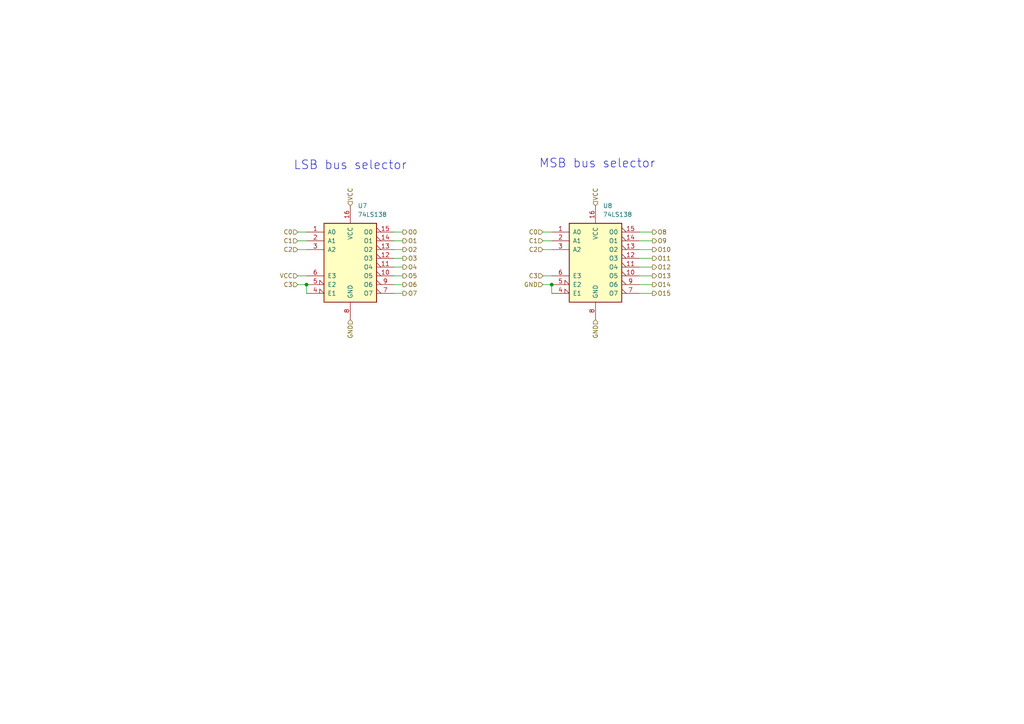
<source format=kicad_sch>
(kicad_sch (version 20250114) (generator "eeschema") (generator_version "9.0")
  (paper "A4")
  (lib_symbols
    (symbol "74xx:74LS138" (pin_names (offset 1.016))
      (property "Reference" "U" (at -7.62 11.43 0))
      (property "Value" "74LS138" (at -7.62 -13.97 0))
      (symbol "74LS138_1_0"
        (pin input line (at -12.7 7.62 0) (length 5.08) (name "A0") (number "1"))
        (pin input line (at -12.7 5.08 0) (length 5.08) (name "A1") (number "2"))
        (pin input line (at -12.7 2.54 0) (length 5.08) (name "A2") (number "3"))
        (pin input line (at -12.7 -5.08 0) (length 5.08) (name "E3") (number "6"))
        (pin input input_low (at -12.7 -7.62 0) (length 5.08) (name "E2") (number "5"))
        (pin input input_low (at -12.7 -10.16 0) (length 5.08) (name "E1") (number "4"))
        (pin power_in line (at 0 15.24 270) (length 5.08) (name "VCC") (number "16"))
        (pin power_in line (at 0 -17.78 90) (length 5.08) (name "GND") (number "8"))
        (pin output output_low (at 12.7 7.62 180) (length 5.08) (name "O0") (number "15"))
        (pin output output_low (at 12.7 5.08 180) (length 5.08) (name "O1") (number "14"))
        (pin output output_low (at 12.7 2.54 180) (length 5.08) (name "O2") (number "13"))
        (pin output output_low (at 12.7 0 180) (length 5.08) (name "O3") (number "12"))
        (pin output output_low (at 12.7 -2.54 180) (length 5.08) (name "O4") (number "11"))
        (pin output output_low (at 12.7 -5.08 180) (length 5.08) (name "O5") (number "10"))
        (pin output output_low (at 12.7 -7.62 180) (length 5.08) (name "O6") (number "9"))
        (pin output output_low (at 12.7 -10.16 180) (length 5.08) (name "O7") (number "7"))
      )
      (symbol "74LS138_1_1"
        (rectangle (start -7.62 10.16) (end 7.62 -12.7) (stroke (width 0.254)) (fill (type background)))
      )
    )
  )
  (text "LSB bus selector" (at 101.6 48.006 0) (effects (font (size 2.54 2.54))))
  (text "MSB bus selector" (at 173.228 47.498 0) (effects (font (size 2.54 2.54))))
  (junction (at 88.9 82.55))
  (junction (at 160.02 82.55))
  (wire (pts (xy 114.3 77.47) (xy 116.84 77.47)))
  (wire (pts (xy 86.36 82.55) (xy 88.9 82.55)))
  (wire (pts (xy 114.3 82.55) (xy 116.84 82.55)))
  (wire (pts (xy 86.36 69.85) (xy 88.9 69.85)))
  (wire (pts (xy 114.3 72.39) (xy 116.84 72.39)))
  (wire (pts (xy 157.48 82.55) (xy 160.02 82.55)))
  (wire (pts (xy 157.48 67.31) (xy 160.02 67.31)))
  (wire (pts (xy 185.42 77.47) (xy 189.23 77.47)))
  (wire (pts (xy 114.3 67.31) (xy 116.84 67.31)))
  (wire (pts (xy 185.42 85.09) (xy 189.23 85.09)))
  (wire (pts (xy 185.42 74.93) (xy 189.23 74.93)))
  (wire (pts (xy 86.36 67.31) (xy 88.9 67.31)))
  (wire (pts (xy 86.36 80.01) (xy 88.9 80.01)))
  (wire (pts (xy 114.3 80.01) (xy 116.84 80.01)))
  (wire (pts (xy 88.9 82.55) (xy 88.9 85.09)))
  (wire (pts (xy 157.48 72.39) (xy 160.02 72.39)))
  (wire (pts (xy 160.02 82.55) (xy 160.02 85.09)))
  (wire (pts (xy 185.42 80.01) (xy 189.23 80.01)))
  (wire (pts (xy 185.42 82.55) (xy 189.23 82.55)))
  (wire (pts (xy 185.42 67.31) (xy 189.23 67.31)))
  (wire (pts (xy 114.3 69.85) (xy 116.84 69.85)))
  (wire (pts (xy 185.42 69.85) (xy 189.23 69.85)))
  (wire (pts (xy 114.3 85.09) (xy 116.84 85.09)))
  (wire (pts (xy 185.42 72.39) (xy 189.23 72.39)))
  (wire (pts (xy 157.48 69.85) (xy 160.02 69.85)))
  (wire (pts (xy 157.48 80.01) (xy 160.02 80.01)))
  (wire (pts (xy 86.36 72.39) (xy 88.9 72.39)))
  (wire (pts (xy 114.3 74.93) (xy 116.84 74.93)))
  (hierarchical_label "C3" (shape input) (at 157.48 80.01 180))
  (hierarchical_label "VCC" (shape input) (at 86.36 80.01 180))
  (hierarchical_label "C0" (shape input) (at 86.36 67.31 180))
  (hierarchical_label "O9" (shape output) (at 189.23 69.85 0))
  (hierarchical_label "GND" (shape input) (at 157.48 82.55 180))
  (hierarchical_label "GND" (shape input) (at 101.6 92.71 270))
  (hierarchical_label "C1" (shape input) (at 86.36 69.85 180))
  (hierarchical_label "O0" (shape output) (at 116.84 67.31 0))
  (hierarchical_label "O1" (shape output) (at 116.84 69.85 0))
  (hierarchical_label "O2" (shape output) (at 116.84 72.39 0))
  (hierarchical_label "O6" (shape output) (at 116.84 82.55 0))
  (hierarchical_label "C1" (shape input) (at 157.48 69.85 180))
  (hierarchical_label "O12" (shape output) (at 189.23 77.47 0))
  (hierarchical_label "O15" (shape output) (at 189.23 85.09 0))
  (hierarchical_label "VCC" (shape input) (at 101.6 59.69 90))
  (hierarchical_label "C0" (shape input) (at 157.48 67.31 180))
  (hierarchical_label "O3" (shape output) (at 116.84 74.93 0))
  (hierarchical_label "O5" (shape output) (at 116.84 80.01 0))
  (hierarchical_label "GND" (shape input) (at 172.72 92.71 270))
  (hierarchical_label "C2" (shape input) (at 157.48 72.39 180))
  (hierarchical_label "O8" (shape output) (at 189.23 67.31 0))
  (hierarchical_label "O7" (shape output) (at 116.84 85.09 0))
  (hierarchical_label "C3" (shape input) (at 86.36 82.55 180))
  (hierarchical_label "O14" (shape output) (at 189.23 82.55 0))
  (hierarchical_label "O11" (shape output) (at 189.23 74.93 0))
  (hierarchical_label "O13" (shape output) (at 189.23 80.01 0))
  (hierarchical_label "VCC" (shape input) (at 172.72 59.69 90))
  (hierarchical_label "O10" (shape output) (at 189.23 72.39 0))
  (hierarchical_label "O4" (shape output) (at 116.84 77.47 0))
  (hierarchical_label "C2" (shape input) (at 86.36 72.39 180))
  (symbol (lib_id "74xx:74LS138") (at 172.72 74.93 0) (unit 1)
    (property "Reference" "U8" (at 174.8633 59.69 0) (effects (justify left)))
    (property "Value" "74LS138" (at 174.8633 62.23 0) (effects (justify left)))
    (property "Footprint" "Package_DIP:DIP-16_W7.62mm" (effects (hide yes)))
    (property "Datasheet" "http://www.ti.com/lit/gpn/sn74LS138" (effects (hide yes)))
    (property "Description" "Decoder 3 to 8 active low outputs" (effects (hide yes)))
    (instances (project "04_Program Counter" (path "" (reference "U8") (unit 1)) (path "" (reference "U10") (unit 1))))
  )
  (symbol (lib_id "74xx:74LS138") (at 101.6 74.93 0) (unit 1)
    (property "Reference" "U7" (at 103.7433 59.69 0) (effects (justify left)))
    (property "Value" "74LS138" (at 103.7433 62.23 0) (effects (justify left)))
    (property "Footprint" "Package_DIP:DIP-16_W7.62mm" (effects (hide yes)))
    (property "Datasheet" "http://www.ti.com/lit/gpn/sn74LS138" (effects (hide yes)))
    (property "Description" "Decoder 3 to 8 active low outputs" (effects (hide yes)))
    (instances (project "04_Program Counter" (path "" (reference "U7") (unit 1)) (path "" (reference "U9") (unit 1))))
  )
)
</source>
